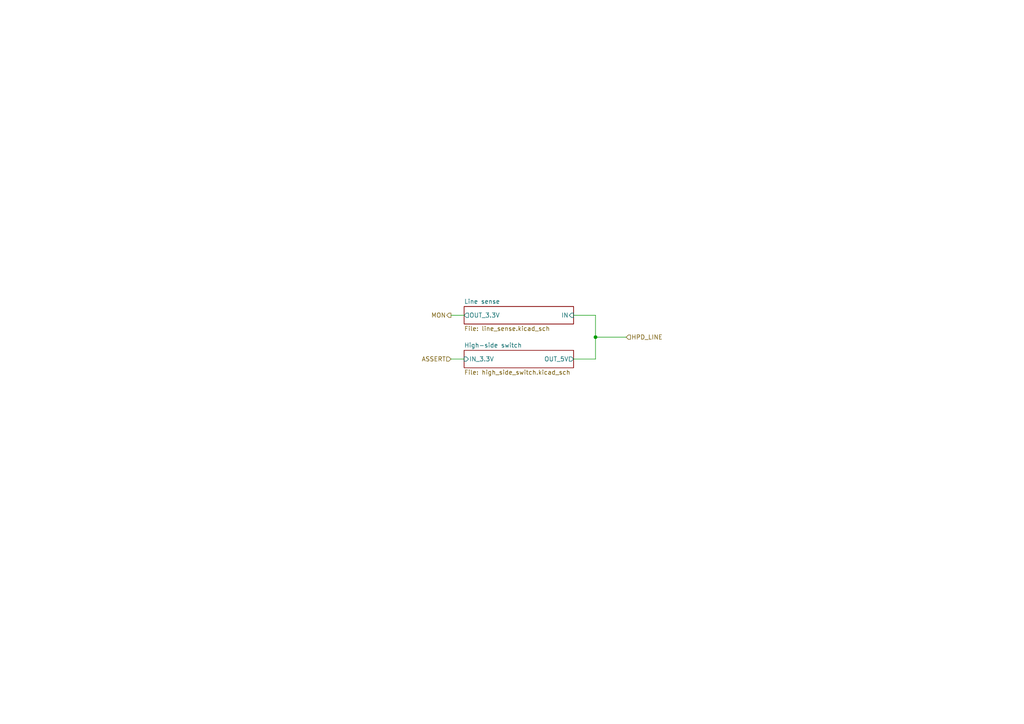
<source format=kicad_sch>
(kicad_sch
	(version 20250114)
	(generator "eeschema")
	(generator_version "9.0")
	(uuid "f605e9eb-648c-4b45-933b-496d28d93099")
	(paper "A4")
	(lib_symbols)
	(junction
		(at 172.72 97.79)
		(diameter 0)
		(color 0 0 0 0)
		(uuid "fbe5fb2c-37a7-4932-9660-fff8e3a3858d")
	)
	(wire
		(pts
			(xy 166.37 91.44) (xy 172.72 91.44)
		)
		(stroke
			(width 0)
			(type default)
		)
		(uuid "08709b95-c956-44a4-9c5e-d3077c2254bf")
	)
	(wire
		(pts
			(xy 172.72 97.79) (xy 181.61 97.79)
		)
		(stroke
			(width 0)
			(type default)
		)
		(uuid "1e85848a-cc1c-4bb2-afc1-9c5cd3a5f86e")
	)
	(wire
		(pts
			(xy 130.81 104.14) (xy 134.62 104.14)
		)
		(stroke
			(width 0)
			(type default)
		)
		(uuid "2965cb94-6396-49a2-8a4f-817f939fbf35")
	)
	(wire
		(pts
			(xy 172.72 104.14) (xy 166.37 104.14)
		)
		(stroke
			(width 0)
			(type default)
		)
		(uuid "3a72b387-928f-4d1a-847a-6f134a2579b6")
	)
	(wire
		(pts
			(xy 172.72 97.79) (xy 172.72 104.14)
		)
		(stroke
			(width 0)
			(type default)
		)
		(uuid "62a514e8-6767-4eb4-82d5-9670c43bfb46")
	)
	(wire
		(pts
			(xy 130.81 91.44) (xy 134.62 91.44)
		)
		(stroke
			(width 0)
			(type default)
		)
		(uuid "98c28f1b-b323-42ff-82d8-ab0053dccc78")
	)
	(wire
		(pts
			(xy 172.72 91.44) (xy 172.72 97.79)
		)
		(stroke
			(width 0)
			(type default)
		)
		(uuid "9f47eecf-555b-42a6-9ea7-cc20f348c05f")
	)
	(hierarchical_label "ASSERT"
		(shape input)
		(at 130.81 104.14 180)
		(effects
			(font
				(size 1.27 1.27)
			)
			(justify right)
		)
		(uuid "107e8c4c-dd67-4b7c-94f6-45b4b14b5706")
	)
	(hierarchical_label "MON"
		(shape output)
		(at 130.81 91.44 180)
		(effects
			(font
				(size 1.27 1.27)
			)
			(justify right)
		)
		(uuid "302413fa-a30c-45fc-8ed1-ff7452be8f43")
	)
	(hierarchical_label "HPD_LINE"
		(shape input)
		(at 181.61 97.79 0)
		(effects
			(font
				(size 1.27 1.27)
			)
			(justify left)
		)
		(uuid "f280b280-5fa8-4ec8-a2d5-dec806dc665d")
	)
	(sheet
		(at 134.62 101.6)
		(size 31.75 5.08)
		(exclude_from_sim no)
		(in_bom yes)
		(on_board yes)
		(dnp no)
		(fields_autoplaced yes)
		(stroke
			(width 0.1524)
			(type solid)
		)
		(fill
			(color 0 0 0 0.0000)
		)
		(uuid "3e7a2019-c147-43be-8925-3656ede786af")
		(property "Sheetname" "High-side switch"
			(at 134.62 100.8884 0)
			(effects
				(font
					(size 1.27 1.27)
				)
				(justify left bottom)
			)
		)
		(property "Sheetfile" "high_side_switch.kicad_sch"
			(at 134.62 107.2646 0)
			(effects
				(font
					(size 1.27 1.27)
				)
				(justify left top)
			)
		)
		(pin "IN_3.3V" input
			(at 134.62 104.14 180)
			(uuid "630241b9-52b3-4c63-9b31-b64dd1f26ebd")
			(effects
				(font
					(size 1.27 1.27)
				)
				(justify left)
			)
		)
		(pin "OUT_5V" output
			(at 166.37 104.14 0)
			(uuid "2b7a3bb1-dca9-4536-8fc8-ba80163ba227")
			(effects
				(font
					(size 1.27 1.27)
				)
				(justify right)
			)
		)
		(instances
			(project "apple_peeler_pcb"
				(path "/d5946b96-44a8-4a28-8641-19803e1510af/ab4760da-4146-4688-a275-418314974b55/216077bc-1e97-451f-9a4f-0a4e0691e85e"
					(page "23")
				)
				(path "/d5946b96-44a8-4a28-8641-19803e1510af/ab4760da-4146-4688-a275-418314974b55/207d6e2c-5657-4cae-9098-bf31bbf0eeb3"
					(page "24")
				)
			)
		)
	)
	(sheet
		(at 134.62 88.9)
		(size 31.75 5.08)
		(exclude_from_sim no)
		(in_bom yes)
		(on_board yes)
		(dnp no)
		(fields_autoplaced yes)
		(stroke
			(width 0.1524)
			(type solid)
		)
		(fill
			(color 0 0 0 0.0000)
		)
		(uuid "9d425879-c049-4dfa-82be-004c8041dfbb")
		(property "Sheetname" "Line sense"
			(at 134.62 88.1884 0)
			(effects
				(font
					(size 1.27 1.27)
				)
				(justify left bottom)
			)
		)
		(property "Sheetfile" "line_sense.kicad_sch"
			(at 134.62 94.5646 0)
			(effects
				(font
					(size 1.27 1.27)
				)
				(justify left top)
			)
		)
		(pin "IN" input
			(at 166.37 91.44 0)
			(uuid "ce136ee6-5e14-46a3-b63e-27240f29ad38")
			(effects
				(font
					(size 1.27 1.27)
				)
				(justify right)
			)
		)
		(pin "OUT_3.3V" output
			(at 134.62 91.44 180)
			(uuid "dbfc3563-15f0-498a-b069-90162043984e")
			(effects
				(font
					(size 1.27 1.27)
				)
				(justify left)
			)
		)
		(instances
			(project "apple_peeler_pcb"
				(path "/d5946b96-44a8-4a28-8641-19803e1510af/ab4760da-4146-4688-a275-418314974b55/216077bc-1e97-451f-9a4f-0a4e0691e85e"
					(page "22")
				)
				(path "/d5946b96-44a8-4a28-8641-19803e1510af/ab4760da-4146-4688-a275-418314974b55/207d6e2c-5657-4cae-9098-bf31bbf0eeb3"
					(page "12")
				)
			)
		)
	)
)

</source>
